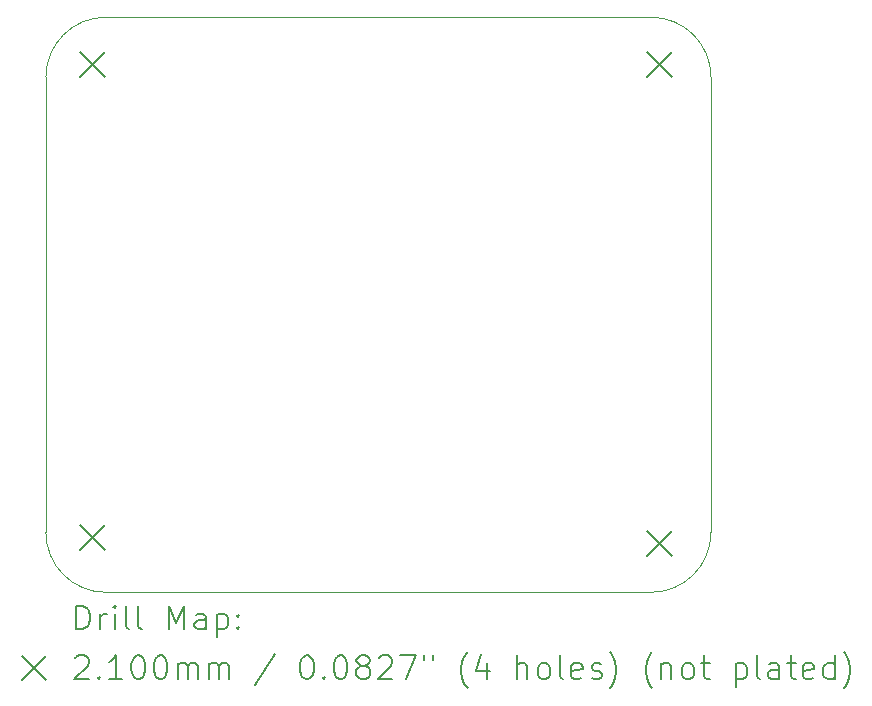
<source format=gbr>
%TF.GenerationSoftware,KiCad,Pcbnew,9.0.1*%
%TF.CreationDate,2025-11-16T15:48:19+03:00*%
%TF.ProjectId,MCU Datalogger wirh 512KB EEPROM,4d435520-4461-4746-916c-6f6767657220,1*%
%TF.SameCoordinates,Original*%
%TF.FileFunction,Drillmap*%
%TF.FilePolarity,Positive*%
%FSLAX45Y45*%
G04 Gerber Fmt 4.5, Leading zero omitted, Abs format (unit mm)*
G04 Created by KiCad (PCBNEW 9.0.1) date 2025-11-16 15:48:19*
%MOMM*%
%LPD*%
G01*
G04 APERTURE LIST*
%ADD10C,0.050000*%
%ADD11C,0.200000*%
%ADD12C,0.210000*%
G04 APERTURE END LIST*
D10*
X11281210Y-12340790D02*
X15896790Y-12340790D01*
X15896790Y-7471210D02*
X11281210Y-7471210D01*
X16404790Y-11832790D02*
X16404790Y-7979210D01*
X10773210Y-7979210D02*
G75*
G02*
X11281210Y-7471210I508000J0D01*
G01*
X10773210Y-7979210D02*
X10773210Y-11832790D01*
X15896790Y-7471210D02*
G75*
G02*
X16404790Y-7979210I0J-508000D01*
G01*
X16404790Y-11832790D02*
G75*
G02*
X15896790Y-12340790I-508000J0D01*
G01*
X11281210Y-12340790D02*
G75*
G02*
X10773210Y-11832790I0J508000D01*
G01*
D11*
D12*
X11060840Y-7766460D02*
X11270840Y-7976460D01*
X11270840Y-7766460D02*
X11060840Y-7976460D01*
X11060840Y-11774580D02*
X11270840Y-11984580D01*
X11270840Y-11774580D02*
X11060840Y-11984580D01*
X15866520Y-7766460D02*
X16076520Y-7976460D01*
X16076520Y-7766460D02*
X15866520Y-7976460D01*
X15866520Y-11820300D02*
X16076520Y-12030300D01*
X16076520Y-11820300D02*
X15866520Y-12030300D01*
D11*
X11031487Y-12654774D02*
X11031487Y-12454774D01*
X11031487Y-12454774D02*
X11079106Y-12454774D01*
X11079106Y-12454774D02*
X11107678Y-12464297D01*
X11107678Y-12464297D02*
X11126725Y-12483345D01*
X11126725Y-12483345D02*
X11136249Y-12502393D01*
X11136249Y-12502393D02*
X11145773Y-12540488D01*
X11145773Y-12540488D02*
X11145773Y-12569059D01*
X11145773Y-12569059D02*
X11136249Y-12607154D01*
X11136249Y-12607154D02*
X11126725Y-12626202D01*
X11126725Y-12626202D02*
X11107678Y-12645250D01*
X11107678Y-12645250D02*
X11079106Y-12654774D01*
X11079106Y-12654774D02*
X11031487Y-12654774D01*
X11231487Y-12654774D02*
X11231487Y-12521440D01*
X11231487Y-12559535D02*
X11241011Y-12540488D01*
X11241011Y-12540488D02*
X11250535Y-12530964D01*
X11250535Y-12530964D02*
X11269582Y-12521440D01*
X11269582Y-12521440D02*
X11288630Y-12521440D01*
X11355296Y-12654774D02*
X11355296Y-12521440D01*
X11355296Y-12454774D02*
X11345773Y-12464297D01*
X11345773Y-12464297D02*
X11355296Y-12473821D01*
X11355296Y-12473821D02*
X11364820Y-12464297D01*
X11364820Y-12464297D02*
X11355296Y-12454774D01*
X11355296Y-12454774D02*
X11355296Y-12473821D01*
X11479106Y-12654774D02*
X11460058Y-12645250D01*
X11460058Y-12645250D02*
X11450535Y-12626202D01*
X11450535Y-12626202D02*
X11450535Y-12454774D01*
X11583868Y-12654774D02*
X11564820Y-12645250D01*
X11564820Y-12645250D02*
X11555296Y-12626202D01*
X11555296Y-12626202D02*
X11555296Y-12454774D01*
X11812439Y-12654774D02*
X11812439Y-12454774D01*
X11812439Y-12454774D02*
X11879106Y-12597631D01*
X11879106Y-12597631D02*
X11945773Y-12454774D01*
X11945773Y-12454774D02*
X11945773Y-12654774D01*
X12126725Y-12654774D02*
X12126725Y-12550012D01*
X12126725Y-12550012D02*
X12117201Y-12530964D01*
X12117201Y-12530964D02*
X12098154Y-12521440D01*
X12098154Y-12521440D02*
X12060058Y-12521440D01*
X12060058Y-12521440D02*
X12041011Y-12530964D01*
X12126725Y-12645250D02*
X12107677Y-12654774D01*
X12107677Y-12654774D02*
X12060058Y-12654774D01*
X12060058Y-12654774D02*
X12041011Y-12645250D01*
X12041011Y-12645250D02*
X12031487Y-12626202D01*
X12031487Y-12626202D02*
X12031487Y-12607154D01*
X12031487Y-12607154D02*
X12041011Y-12588107D01*
X12041011Y-12588107D02*
X12060058Y-12578583D01*
X12060058Y-12578583D02*
X12107677Y-12578583D01*
X12107677Y-12578583D02*
X12126725Y-12569059D01*
X12221963Y-12521440D02*
X12221963Y-12721440D01*
X12221963Y-12530964D02*
X12241011Y-12521440D01*
X12241011Y-12521440D02*
X12279106Y-12521440D01*
X12279106Y-12521440D02*
X12298154Y-12530964D01*
X12298154Y-12530964D02*
X12307677Y-12540488D01*
X12307677Y-12540488D02*
X12317201Y-12559535D01*
X12317201Y-12559535D02*
X12317201Y-12616678D01*
X12317201Y-12616678D02*
X12307677Y-12635726D01*
X12307677Y-12635726D02*
X12298154Y-12645250D01*
X12298154Y-12645250D02*
X12279106Y-12654774D01*
X12279106Y-12654774D02*
X12241011Y-12654774D01*
X12241011Y-12654774D02*
X12221963Y-12645250D01*
X12402916Y-12635726D02*
X12412439Y-12645250D01*
X12412439Y-12645250D02*
X12402916Y-12654774D01*
X12402916Y-12654774D02*
X12393392Y-12645250D01*
X12393392Y-12645250D02*
X12402916Y-12635726D01*
X12402916Y-12635726D02*
X12402916Y-12654774D01*
X12402916Y-12530964D02*
X12412439Y-12540488D01*
X12412439Y-12540488D02*
X12402916Y-12550012D01*
X12402916Y-12550012D02*
X12393392Y-12540488D01*
X12393392Y-12540488D02*
X12402916Y-12530964D01*
X12402916Y-12530964D02*
X12402916Y-12550012D01*
X10570710Y-12883290D02*
X10770710Y-13083290D01*
X10770710Y-12883290D02*
X10570710Y-13083290D01*
X11021963Y-12893821D02*
X11031487Y-12884297D01*
X11031487Y-12884297D02*
X11050535Y-12874774D01*
X11050535Y-12874774D02*
X11098154Y-12874774D01*
X11098154Y-12874774D02*
X11117201Y-12884297D01*
X11117201Y-12884297D02*
X11126725Y-12893821D01*
X11126725Y-12893821D02*
X11136249Y-12912869D01*
X11136249Y-12912869D02*
X11136249Y-12931916D01*
X11136249Y-12931916D02*
X11126725Y-12960488D01*
X11126725Y-12960488D02*
X11012439Y-13074774D01*
X11012439Y-13074774D02*
X11136249Y-13074774D01*
X11221963Y-13055726D02*
X11231487Y-13065250D01*
X11231487Y-13065250D02*
X11221963Y-13074774D01*
X11221963Y-13074774D02*
X11212439Y-13065250D01*
X11212439Y-13065250D02*
X11221963Y-13055726D01*
X11221963Y-13055726D02*
X11221963Y-13074774D01*
X11421963Y-13074774D02*
X11307677Y-13074774D01*
X11364820Y-13074774D02*
X11364820Y-12874774D01*
X11364820Y-12874774D02*
X11345773Y-12903345D01*
X11345773Y-12903345D02*
X11326725Y-12922393D01*
X11326725Y-12922393D02*
X11307677Y-12931916D01*
X11545773Y-12874774D02*
X11564820Y-12874774D01*
X11564820Y-12874774D02*
X11583868Y-12884297D01*
X11583868Y-12884297D02*
X11593392Y-12893821D01*
X11593392Y-12893821D02*
X11602916Y-12912869D01*
X11602916Y-12912869D02*
X11612439Y-12950964D01*
X11612439Y-12950964D02*
X11612439Y-12998583D01*
X11612439Y-12998583D02*
X11602916Y-13036678D01*
X11602916Y-13036678D02*
X11593392Y-13055726D01*
X11593392Y-13055726D02*
X11583868Y-13065250D01*
X11583868Y-13065250D02*
X11564820Y-13074774D01*
X11564820Y-13074774D02*
X11545773Y-13074774D01*
X11545773Y-13074774D02*
X11526725Y-13065250D01*
X11526725Y-13065250D02*
X11517201Y-13055726D01*
X11517201Y-13055726D02*
X11507677Y-13036678D01*
X11507677Y-13036678D02*
X11498154Y-12998583D01*
X11498154Y-12998583D02*
X11498154Y-12950964D01*
X11498154Y-12950964D02*
X11507677Y-12912869D01*
X11507677Y-12912869D02*
X11517201Y-12893821D01*
X11517201Y-12893821D02*
X11526725Y-12884297D01*
X11526725Y-12884297D02*
X11545773Y-12874774D01*
X11736249Y-12874774D02*
X11755297Y-12874774D01*
X11755297Y-12874774D02*
X11774344Y-12884297D01*
X11774344Y-12884297D02*
X11783868Y-12893821D01*
X11783868Y-12893821D02*
X11793392Y-12912869D01*
X11793392Y-12912869D02*
X11802916Y-12950964D01*
X11802916Y-12950964D02*
X11802916Y-12998583D01*
X11802916Y-12998583D02*
X11793392Y-13036678D01*
X11793392Y-13036678D02*
X11783868Y-13055726D01*
X11783868Y-13055726D02*
X11774344Y-13065250D01*
X11774344Y-13065250D02*
X11755297Y-13074774D01*
X11755297Y-13074774D02*
X11736249Y-13074774D01*
X11736249Y-13074774D02*
X11717201Y-13065250D01*
X11717201Y-13065250D02*
X11707677Y-13055726D01*
X11707677Y-13055726D02*
X11698154Y-13036678D01*
X11698154Y-13036678D02*
X11688630Y-12998583D01*
X11688630Y-12998583D02*
X11688630Y-12950964D01*
X11688630Y-12950964D02*
X11698154Y-12912869D01*
X11698154Y-12912869D02*
X11707677Y-12893821D01*
X11707677Y-12893821D02*
X11717201Y-12884297D01*
X11717201Y-12884297D02*
X11736249Y-12874774D01*
X11888630Y-13074774D02*
X11888630Y-12941440D01*
X11888630Y-12960488D02*
X11898154Y-12950964D01*
X11898154Y-12950964D02*
X11917201Y-12941440D01*
X11917201Y-12941440D02*
X11945773Y-12941440D01*
X11945773Y-12941440D02*
X11964820Y-12950964D01*
X11964820Y-12950964D02*
X11974344Y-12970012D01*
X11974344Y-12970012D02*
X11974344Y-13074774D01*
X11974344Y-12970012D02*
X11983868Y-12950964D01*
X11983868Y-12950964D02*
X12002916Y-12941440D01*
X12002916Y-12941440D02*
X12031487Y-12941440D01*
X12031487Y-12941440D02*
X12050535Y-12950964D01*
X12050535Y-12950964D02*
X12060058Y-12970012D01*
X12060058Y-12970012D02*
X12060058Y-13074774D01*
X12155297Y-13074774D02*
X12155297Y-12941440D01*
X12155297Y-12960488D02*
X12164820Y-12950964D01*
X12164820Y-12950964D02*
X12183868Y-12941440D01*
X12183868Y-12941440D02*
X12212439Y-12941440D01*
X12212439Y-12941440D02*
X12231487Y-12950964D01*
X12231487Y-12950964D02*
X12241011Y-12970012D01*
X12241011Y-12970012D02*
X12241011Y-13074774D01*
X12241011Y-12970012D02*
X12250535Y-12950964D01*
X12250535Y-12950964D02*
X12269582Y-12941440D01*
X12269582Y-12941440D02*
X12298154Y-12941440D01*
X12298154Y-12941440D02*
X12317201Y-12950964D01*
X12317201Y-12950964D02*
X12326725Y-12970012D01*
X12326725Y-12970012D02*
X12326725Y-13074774D01*
X12717201Y-12865250D02*
X12545773Y-13122393D01*
X12974344Y-12874774D02*
X12993392Y-12874774D01*
X12993392Y-12874774D02*
X13012440Y-12884297D01*
X13012440Y-12884297D02*
X13021963Y-12893821D01*
X13021963Y-12893821D02*
X13031487Y-12912869D01*
X13031487Y-12912869D02*
X13041011Y-12950964D01*
X13041011Y-12950964D02*
X13041011Y-12998583D01*
X13041011Y-12998583D02*
X13031487Y-13036678D01*
X13031487Y-13036678D02*
X13021963Y-13055726D01*
X13021963Y-13055726D02*
X13012440Y-13065250D01*
X13012440Y-13065250D02*
X12993392Y-13074774D01*
X12993392Y-13074774D02*
X12974344Y-13074774D01*
X12974344Y-13074774D02*
X12955297Y-13065250D01*
X12955297Y-13065250D02*
X12945773Y-13055726D01*
X12945773Y-13055726D02*
X12936249Y-13036678D01*
X12936249Y-13036678D02*
X12926725Y-12998583D01*
X12926725Y-12998583D02*
X12926725Y-12950964D01*
X12926725Y-12950964D02*
X12936249Y-12912869D01*
X12936249Y-12912869D02*
X12945773Y-12893821D01*
X12945773Y-12893821D02*
X12955297Y-12884297D01*
X12955297Y-12884297D02*
X12974344Y-12874774D01*
X13126725Y-13055726D02*
X13136249Y-13065250D01*
X13136249Y-13065250D02*
X13126725Y-13074774D01*
X13126725Y-13074774D02*
X13117201Y-13065250D01*
X13117201Y-13065250D02*
X13126725Y-13055726D01*
X13126725Y-13055726D02*
X13126725Y-13074774D01*
X13260059Y-12874774D02*
X13279106Y-12874774D01*
X13279106Y-12874774D02*
X13298154Y-12884297D01*
X13298154Y-12884297D02*
X13307678Y-12893821D01*
X13307678Y-12893821D02*
X13317201Y-12912869D01*
X13317201Y-12912869D02*
X13326725Y-12950964D01*
X13326725Y-12950964D02*
X13326725Y-12998583D01*
X13326725Y-12998583D02*
X13317201Y-13036678D01*
X13317201Y-13036678D02*
X13307678Y-13055726D01*
X13307678Y-13055726D02*
X13298154Y-13065250D01*
X13298154Y-13065250D02*
X13279106Y-13074774D01*
X13279106Y-13074774D02*
X13260059Y-13074774D01*
X13260059Y-13074774D02*
X13241011Y-13065250D01*
X13241011Y-13065250D02*
X13231487Y-13055726D01*
X13231487Y-13055726D02*
X13221963Y-13036678D01*
X13221963Y-13036678D02*
X13212440Y-12998583D01*
X13212440Y-12998583D02*
X13212440Y-12950964D01*
X13212440Y-12950964D02*
X13221963Y-12912869D01*
X13221963Y-12912869D02*
X13231487Y-12893821D01*
X13231487Y-12893821D02*
X13241011Y-12884297D01*
X13241011Y-12884297D02*
X13260059Y-12874774D01*
X13441011Y-12960488D02*
X13421963Y-12950964D01*
X13421963Y-12950964D02*
X13412440Y-12941440D01*
X13412440Y-12941440D02*
X13402916Y-12922393D01*
X13402916Y-12922393D02*
X13402916Y-12912869D01*
X13402916Y-12912869D02*
X13412440Y-12893821D01*
X13412440Y-12893821D02*
X13421963Y-12884297D01*
X13421963Y-12884297D02*
X13441011Y-12874774D01*
X13441011Y-12874774D02*
X13479106Y-12874774D01*
X13479106Y-12874774D02*
X13498154Y-12884297D01*
X13498154Y-12884297D02*
X13507678Y-12893821D01*
X13507678Y-12893821D02*
X13517201Y-12912869D01*
X13517201Y-12912869D02*
X13517201Y-12922393D01*
X13517201Y-12922393D02*
X13507678Y-12941440D01*
X13507678Y-12941440D02*
X13498154Y-12950964D01*
X13498154Y-12950964D02*
X13479106Y-12960488D01*
X13479106Y-12960488D02*
X13441011Y-12960488D01*
X13441011Y-12960488D02*
X13421963Y-12970012D01*
X13421963Y-12970012D02*
X13412440Y-12979535D01*
X13412440Y-12979535D02*
X13402916Y-12998583D01*
X13402916Y-12998583D02*
X13402916Y-13036678D01*
X13402916Y-13036678D02*
X13412440Y-13055726D01*
X13412440Y-13055726D02*
X13421963Y-13065250D01*
X13421963Y-13065250D02*
X13441011Y-13074774D01*
X13441011Y-13074774D02*
X13479106Y-13074774D01*
X13479106Y-13074774D02*
X13498154Y-13065250D01*
X13498154Y-13065250D02*
X13507678Y-13055726D01*
X13507678Y-13055726D02*
X13517201Y-13036678D01*
X13517201Y-13036678D02*
X13517201Y-12998583D01*
X13517201Y-12998583D02*
X13507678Y-12979535D01*
X13507678Y-12979535D02*
X13498154Y-12970012D01*
X13498154Y-12970012D02*
X13479106Y-12960488D01*
X13593392Y-12893821D02*
X13602916Y-12884297D01*
X13602916Y-12884297D02*
X13621963Y-12874774D01*
X13621963Y-12874774D02*
X13669582Y-12874774D01*
X13669582Y-12874774D02*
X13688630Y-12884297D01*
X13688630Y-12884297D02*
X13698154Y-12893821D01*
X13698154Y-12893821D02*
X13707678Y-12912869D01*
X13707678Y-12912869D02*
X13707678Y-12931916D01*
X13707678Y-12931916D02*
X13698154Y-12960488D01*
X13698154Y-12960488D02*
X13583868Y-13074774D01*
X13583868Y-13074774D02*
X13707678Y-13074774D01*
X13774344Y-12874774D02*
X13907678Y-12874774D01*
X13907678Y-12874774D02*
X13821963Y-13074774D01*
X13974344Y-12874774D02*
X13974344Y-12912869D01*
X14050535Y-12874774D02*
X14050535Y-12912869D01*
X14345773Y-13150964D02*
X14336249Y-13141440D01*
X14336249Y-13141440D02*
X14317202Y-13112869D01*
X14317202Y-13112869D02*
X14307678Y-13093821D01*
X14307678Y-13093821D02*
X14298154Y-13065250D01*
X14298154Y-13065250D02*
X14288630Y-13017631D01*
X14288630Y-13017631D02*
X14288630Y-12979535D01*
X14288630Y-12979535D02*
X14298154Y-12931916D01*
X14298154Y-12931916D02*
X14307678Y-12903345D01*
X14307678Y-12903345D02*
X14317202Y-12884297D01*
X14317202Y-12884297D02*
X14336249Y-12855726D01*
X14336249Y-12855726D02*
X14345773Y-12846202D01*
X14507678Y-12941440D02*
X14507678Y-13074774D01*
X14460059Y-12865250D02*
X14412440Y-13008107D01*
X14412440Y-13008107D02*
X14536249Y-13008107D01*
X14764821Y-13074774D02*
X14764821Y-12874774D01*
X14850535Y-13074774D02*
X14850535Y-12970012D01*
X14850535Y-12970012D02*
X14841011Y-12950964D01*
X14841011Y-12950964D02*
X14821964Y-12941440D01*
X14821964Y-12941440D02*
X14793392Y-12941440D01*
X14793392Y-12941440D02*
X14774344Y-12950964D01*
X14774344Y-12950964D02*
X14764821Y-12960488D01*
X14974344Y-13074774D02*
X14955297Y-13065250D01*
X14955297Y-13065250D02*
X14945773Y-13055726D01*
X14945773Y-13055726D02*
X14936249Y-13036678D01*
X14936249Y-13036678D02*
X14936249Y-12979535D01*
X14936249Y-12979535D02*
X14945773Y-12960488D01*
X14945773Y-12960488D02*
X14955297Y-12950964D01*
X14955297Y-12950964D02*
X14974344Y-12941440D01*
X14974344Y-12941440D02*
X15002916Y-12941440D01*
X15002916Y-12941440D02*
X15021964Y-12950964D01*
X15021964Y-12950964D02*
X15031487Y-12960488D01*
X15031487Y-12960488D02*
X15041011Y-12979535D01*
X15041011Y-12979535D02*
X15041011Y-13036678D01*
X15041011Y-13036678D02*
X15031487Y-13055726D01*
X15031487Y-13055726D02*
X15021964Y-13065250D01*
X15021964Y-13065250D02*
X15002916Y-13074774D01*
X15002916Y-13074774D02*
X14974344Y-13074774D01*
X15155297Y-13074774D02*
X15136249Y-13065250D01*
X15136249Y-13065250D02*
X15126725Y-13046202D01*
X15126725Y-13046202D02*
X15126725Y-12874774D01*
X15307678Y-13065250D02*
X15288630Y-13074774D01*
X15288630Y-13074774D02*
X15250535Y-13074774D01*
X15250535Y-13074774D02*
X15231487Y-13065250D01*
X15231487Y-13065250D02*
X15221964Y-13046202D01*
X15221964Y-13046202D02*
X15221964Y-12970012D01*
X15221964Y-12970012D02*
X15231487Y-12950964D01*
X15231487Y-12950964D02*
X15250535Y-12941440D01*
X15250535Y-12941440D02*
X15288630Y-12941440D01*
X15288630Y-12941440D02*
X15307678Y-12950964D01*
X15307678Y-12950964D02*
X15317202Y-12970012D01*
X15317202Y-12970012D02*
X15317202Y-12989059D01*
X15317202Y-12989059D02*
X15221964Y-13008107D01*
X15393392Y-13065250D02*
X15412440Y-13074774D01*
X15412440Y-13074774D02*
X15450535Y-13074774D01*
X15450535Y-13074774D02*
X15469583Y-13065250D01*
X15469583Y-13065250D02*
X15479106Y-13046202D01*
X15479106Y-13046202D02*
X15479106Y-13036678D01*
X15479106Y-13036678D02*
X15469583Y-13017631D01*
X15469583Y-13017631D02*
X15450535Y-13008107D01*
X15450535Y-13008107D02*
X15421964Y-13008107D01*
X15421964Y-13008107D02*
X15402916Y-12998583D01*
X15402916Y-12998583D02*
X15393392Y-12979535D01*
X15393392Y-12979535D02*
X15393392Y-12970012D01*
X15393392Y-12970012D02*
X15402916Y-12950964D01*
X15402916Y-12950964D02*
X15421964Y-12941440D01*
X15421964Y-12941440D02*
X15450535Y-12941440D01*
X15450535Y-12941440D02*
X15469583Y-12950964D01*
X15545773Y-13150964D02*
X15555297Y-13141440D01*
X15555297Y-13141440D02*
X15574345Y-13112869D01*
X15574345Y-13112869D02*
X15583868Y-13093821D01*
X15583868Y-13093821D02*
X15593392Y-13065250D01*
X15593392Y-13065250D02*
X15602916Y-13017631D01*
X15602916Y-13017631D02*
X15602916Y-12979535D01*
X15602916Y-12979535D02*
X15593392Y-12931916D01*
X15593392Y-12931916D02*
X15583868Y-12903345D01*
X15583868Y-12903345D02*
X15574345Y-12884297D01*
X15574345Y-12884297D02*
X15555297Y-12855726D01*
X15555297Y-12855726D02*
X15545773Y-12846202D01*
X15907678Y-13150964D02*
X15898154Y-13141440D01*
X15898154Y-13141440D02*
X15879106Y-13112869D01*
X15879106Y-13112869D02*
X15869583Y-13093821D01*
X15869583Y-13093821D02*
X15860059Y-13065250D01*
X15860059Y-13065250D02*
X15850535Y-13017631D01*
X15850535Y-13017631D02*
X15850535Y-12979535D01*
X15850535Y-12979535D02*
X15860059Y-12931916D01*
X15860059Y-12931916D02*
X15869583Y-12903345D01*
X15869583Y-12903345D02*
X15879106Y-12884297D01*
X15879106Y-12884297D02*
X15898154Y-12855726D01*
X15898154Y-12855726D02*
X15907678Y-12846202D01*
X15983868Y-12941440D02*
X15983868Y-13074774D01*
X15983868Y-12960488D02*
X15993392Y-12950964D01*
X15993392Y-12950964D02*
X16012440Y-12941440D01*
X16012440Y-12941440D02*
X16041011Y-12941440D01*
X16041011Y-12941440D02*
X16060059Y-12950964D01*
X16060059Y-12950964D02*
X16069583Y-12970012D01*
X16069583Y-12970012D02*
X16069583Y-13074774D01*
X16193392Y-13074774D02*
X16174345Y-13065250D01*
X16174345Y-13065250D02*
X16164821Y-13055726D01*
X16164821Y-13055726D02*
X16155297Y-13036678D01*
X16155297Y-13036678D02*
X16155297Y-12979535D01*
X16155297Y-12979535D02*
X16164821Y-12960488D01*
X16164821Y-12960488D02*
X16174345Y-12950964D01*
X16174345Y-12950964D02*
X16193392Y-12941440D01*
X16193392Y-12941440D02*
X16221964Y-12941440D01*
X16221964Y-12941440D02*
X16241011Y-12950964D01*
X16241011Y-12950964D02*
X16250535Y-12960488D01*
X16250535Y-12960488D02*
X16260059Y-12979535D01*
X16260059Y-12979535D02*
X16260059Y-13036678D01*
X16260059Y-13036678D02*
X16250535Y-13055726D01*
X16250535Y-13055726D02*
X16241011Y-13065250D01*
X16241011Y-13065250D02*
X16221964Y-13074774D01*
X16221964Y-13074774D02*
X16193392Y-13074774D01*
X16317202Y-12941440D02*
X16393392Y-12941440D01*
X16345773Y-12874774D02*
X16345773Y-13046202D01*
X16345773Y-13046202D02*
X16355297Y-13065250D01*
X16355297Y-13065250D02*
X16374345Y-13074774D01*
X16374345Y-13074774D02*
X16393392Y-13074774D01*
X16612440Y-12941440D02*
X16612440Y-13141440D01*
X16612440Y-12950964D02*
X16631487Y-12941440D01*
X16631487Y-12941440D02*
X16669583Y-12941440D01*
X16669583Y-12941440D02*
X16688630Y-12950964D01*
X16688630Y-12950964D02*
X16698154Y-12960488D01*
X16698154Y-12960488D02*
X16707678Y-12979535D01*
X16707678Y-12979535D02*
X16707678Y-13036678D01*
X16707678Y-13036678D02*
X16698154Y-13055726D01*
X16698154Y-13055726D02*
X16688630Y-13065250D01*
X16688630Y-13065250D02*
X16669583Y-13074774D01*
X16669583Y-13074774D02*
X16631487Y-13074774D01*
X16631487Y-13074774D02*
X16612440Y-13065250D01*
X16821964Y-13074774D02*
X16802916Y-13065250D01*
X16802916Y-13065250D02*
X16793392Y-13046202D01*
X16793392Y-13046202D02*
X16793392Y-12874774D01*
X16983869Y-13074774D02*
X16983869Y-12970012D01*
X16983869Y-12970012D02*
X16974345Y-12950964D01*
X16974345Y-12950964D02*
X16955297Y-12941440D01*
X16955297Y-12941440D02*
X16917202Y-12941440D01*
X16917202Y-12941440D02*
X16898154Y-12950964D01*
X16983869Y-13065250D02*
X16964821Y-13074774D01*
X16964821Y-13074774D02*
X16917202Y-13074774D01*
X16917202Y-13074774D02*
X16898154Y-13065250D01*
X16898154Y-13065250D02*
X16888630Y-13046202D01*
X16888630Y-13046202D02*
X16888630Y-13027154D01*
X16888630Y-13027154D02*
X16898154Y-13008107D01*
X16898154Y-13008107D02*
X16917202Y-12998583D01*
X16917202Y-12998583D02*
X16964821Y-12998583D01*
X16964821Y-12998583D02*
X16983869Y-12989059D01*
X17050535Y-12941440D02*
X17126726Y-12941440D01*
X17079107Y-12874774D02*
X17079107Y-13046202D01*
X17079107Y-13046202D02*
X17088630Y-13065250D01*
X17088630Y-13065250D02*
X17107678Y-13074774D01*
X17107678Y-13074774D02*
X17126726Y-13074774D01*
X17269583Y-13065250D02*
X17250535Y-13074774D01*
X17250535Y-13074774D02*
X17212440Y-13074774D01*
X17212440Y-13074774D02*
X17193392Y-13065250D01*
X17193392Y-13065250D02*
X17183869Y-13046202D01*
X17183869Y-13046202D02*
X17183869Y-12970012D01*
X17183869Y-12970012D02*
X17193392Y-12950964D01*
X17193392Y-12950964D02*
X17212440Y-12941440D01*
X17212440Y-12941440D02*
X17250535Y-12941440D01*
X17250535Y-12941440D02*
X17269583Y-12950964D01*
X17269583Y-12950964D02*
X17279107Y-12970012D01*
X17279107Y-12970012D02*
X17279107Y-12989059D01*
X17279107Y-12989059D02*
X17183869Y-13008107D01*
X17450535Y-13074774D02*
X17450535Y-12874774D01*
X17450535Y-13065250D02*
X17431488Y-13074774D01*
X17431488Y-13074774D02*
X17393392Y-13074774D01*
X17393392Y-13074774D02*
X17374345Y-13065250D01*
X17374345Y-13065250D02*
X17364821Y-13055726D01*
X17364821Y-13055726D02*
X17355297Y-13036678D01*
X17355297Y-13036678D02*
X17355297Y-12979535D01*
X17355297Y-12979535D02*
X17364821Y-12960488D01*
X17364821Y-12960488D02*
X17374345Y-12950964D01*
X17374345Y-12950964D02*
X17393392Y-12941440D01*
X17393392Y-12941440D02*
X17431488Y-12941440D01*
X17431488Y-12941440D02*
X17450535Y-12950964D01*
X17526726Y-13150964D02*
X17536250Y-13141440D01*
X17536250Y-13141440D02*
X17555297Y-13112869D01*
X17555297Y-13112869D02*
X17564821Y-13093821D01*
X17564821Y-13093821D02*
X17574345Y-13065250D01*
X17574345Y-13065250D02*
X17583869Y-13017631D01*
X17583869Y-13017631D02*
X17583869Y-12979535D01*
X17583869Y-12979535D02*
X17574345Y-12931916D01*
X17574345Y-12931916D02*
X17564821Y-12903345D01*
X17564821Y-12903345D02*
X17555297Y-12884297D01*
X17555297Y-12884297D02*
X17536250Y-12855726D01*
X17536250Y-12855726D02*
X17526726Y-12846202D01*
M02*

</source>
